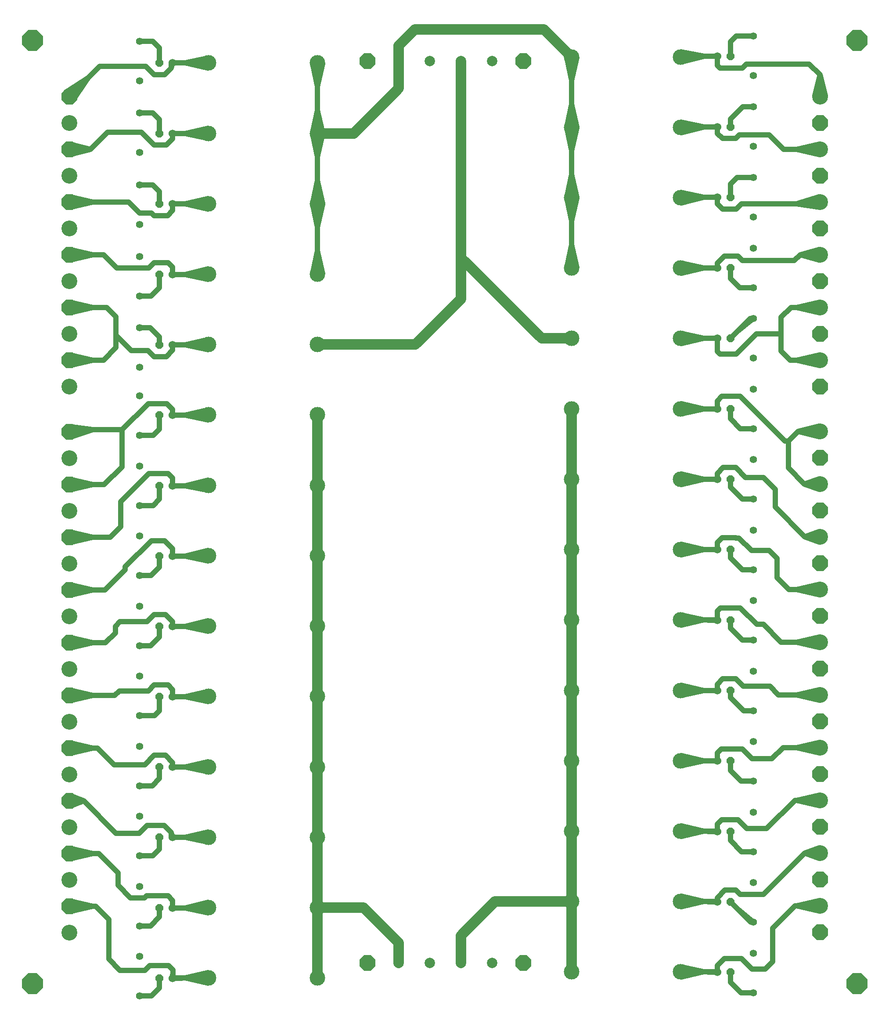
<source format=gbl>
%FSLAX44Y44*%
%MOMM*%
G71*
G01*
G75*
G04 Layer_Physical_Order=2*
G04 Layer_Color=16711680*
%ADD10P,3.2472X8X22.5*%
%ADD11C,2.0000*%
%ADD12C,3.0480*%
%ADD13P,3.2992X8X112.5*%
%ADD14C,1.4000*%
%ADD15C,1.5240*%
%ADD16P,1.6496X8X202.5*%
%ADD17C,3.0000*%
%ADD18P,4.3296X8X202.5*%
%ADD19C,1.0000*%
%ADD20C,2.0000*%
D10*
X1539550Y424180D02*
D03*
X1239550D02*
D03*
X1539550Y2162810D02*
D03*
X1239550D02*
D03*
D11*
X1479550Y424180D02*
D03*
X1419550D02*
D03*
X1359550D02*
D03*
X1299550D02*
D03*
X1479550Y2162810D02*
D03*
X1419550D02*
D03*
X1359550D02*
D03*
X1299550D02*
D03*
D12*
X2112137Y1687703D02*
D03*
Y1586103D02*
D03*
X664083Y1637157D02*
D03*
Y1535557D02*
D03*
Y482727D02*
D03*
Y584327D02*
D03*
Y685927D02*
D03*
Y787527D02*
D03*
Y889127D02*
D03*
Y990727D02*
D03*
Y1092327D02*
D03*
Y1193927D02*
D03*
Y1295527D02*
D03*
Y1397127D02*
D03*
X2112137Y534543D02*
D03*
Y636143D02*
D03*
Y737743D02*
D03*
Y839343D02*
D03*
Y940943D02*
D03*
Y1042543D02*
D03*
Y1144143D02*
D03*
Y1245743D02*
D03*
Y1347343D02*
D03*
Y1448943D02*
D03*
Y1789303D02*
D03*
Y1890903D02*
D03*
Y1992503D02*
D03*
Y2094103D02*
D03*
X664083Y1738757D02*
D03*
Y1840357D02*
D03*
Y1941957D02*
D03*
Y2043557D02*
D03*
D13*
X2112137Y1636903D02*
D03*
Y1535303D02*
D03*
X664083Y1687957D02*
D03*
Y1586357D02*
D03*
Y533527D02*
D03*
Y635127D02*
D03*
Y736727D02*
D03*
Y838327D02*
D03*
Y939927D02*
D03*
Y1041527D02*
D03*
Y1143127D02*
D03*
Y1244727D02*
D03*
Y1346327D02*
D03*
Y1447927D02*
D03*
X2112137Y483743D02*
D03*
Y585343D02*
D03*
Y686943D02*
D03*
Y788543D02*
D03*
Y890143D02*
D03*
Y991743D02*
D03*
Y1093343D02*
D03*
Y1194943D02*
D03*
Y1296543D02*
D03*
Y1398143D02*
D03*
Y1738503D02*
D03*
Y1840103D02*
D03*
Y1941703D02*
D03*
Y2043303D02*
D03*
X664083Y1789557D02*
D03*
Y1891157D02*
D03*
Y1992757D02*
D03*
Y2094357D02*
D03*
D14*
X1983740Y367030D02*
D03*
Y443230D02*
D03*
Y502920D02*
D03*
Y579120D02*
D03*
Y638810D02*
D03*
Y715010D02*
D03*
Y774700D02*
D03*
Y850900D02*
D03*
Y910590D02*
D03*
Y986790D02*
D03*
Y1046480D02*
D03*
Y1122680D02*
D03*
Y1182370D02*
D03*
Y1258570D02*
D03*
Y1318260D02*
D03*
Y1394460D02*
D03*
Y1454150D02*
D03*
Y1530350D02*
D03*
Y1666240D02*
D03*
Y1590040D02*
D03*
X800100Y360680D02*
D03*
Y436880D02*
D03*
Y495723D02*
D03*
Y571923D02*
D03*
Y630767D02*
D03*
Y706967D02*
D03*
Y765810D02*
D03*
Y842010D02*
D03*
Y900853D02*
D03*
Y977053D02*
D03*
Y1035897D02*
D03*
Y1112097D02*
D03*
Y1170940D02*
D03*
Y1247140D02*
D03*
Y1305983D02*
D03*
Y1382183D02*
D03*
Y1441026D02*
D03*
Y1517227D02*
D03*
Y1648460D02*
D03*
Y1572260D02*
D03*
X1983740Y1725930D02*
D03*
Y1802130D02*
D03*
Y1938443D02*
D03*
Y1862243D02*
D03*
Y2074757D02*
D03*
Y1998557D02*
D03*
Y2211070D02*
D03*
Y2134870D02*
D03*
X800100Y1709420D02*
D03*
Y1785620D02*
D03*
Y1924050D02*
D03*
Y1847850D02*
D03*
Y2062480D02*
D03*
Y1986280D02*
D03*
Y2200910D02*
D03*
Y2124710D02*
D03*
D15*
X1913890Y1764030D02*
D03*
Y1899920D02*
D03*
Y2035810D02*
D03*
Y2171700D02*
D03*
X863600Y1751330D02*
D03*
Y1887220D02*
D03*
Y2023110D02*
D03*
Y2159000D02*
D03*
X1913890Y406400D02*
D03*
Y542149D02*
D03*
Y677898D02*
D03*
Y813647D02*
D03*
Y949396D02*
D03*
Y1085144D02*
D03*
Y1220893D02*
D03*
Y1356642D02*
D03*
Y1492391D02*
D03*
Y1628140D02*
D03*
X863600Y394970D02*
D03*
Y530578D02*
D03*
Y666186D02*
D03*
Y801793D02*
D03*
Y937401D02*
D03*
Y1073009D02*
D03*
Y1208616D02*
D03*
Y1344224D02*
D03*
Y1479832D02*
D03*
Y1615440D02*
D03*
D16*
X1939290Y1764030D02*
D03*
Y1899920D02*
D03*
Y2035810D02*
D03*
Y2171700D02*
D03*
X838200Y1751330D02*
D03*
Y1887220D02*
D03*
Y2023110D02*
D03*
Y2159000D02*
D03*
X1939290Y406400D02*
D03*
Y542149D02*
D03*
Y677898D02*
D03*
Y813647D02*
D03*
Y949396D02*
D03*
Y1085144D02*
D03*
Y1220893D02*
D03*
Y1356642D02*
D03*
Y1492391D02*
D03*
Y1628140D02*
D03*
X838200Y394970D02*
D03*
Y530578D02*
D03*
Y666186D02*
D03*
Y801793D02*
D03*
Y937401D02*
D03*
Y1073009D02*
D03*
Y1208616D02*
D03*
Y1344224D02*
D03*
Y1479832D02*
D03*
Y1615440D02*
D03*
D17*
X1633220Y407156D02*
D03*
X1843220D02*
D03*
X1633220Y542794D02*
D03*
X1843220D02*
D03*
X1633220Y678432D02*
D03*
X1843220D02*
D03*
X1633220Y814070D02*
D03*
X1843220D02*
D03*
X1633220Y949708D02*
D03*
X1843220D02*
D03*
X1633220Y1763535D02*
D03*
X1843220D02*
D03*
X1633220Y1899173D02*
D03*
X1843220D02*
D03*
X1633220Y2034810D02*
D03*
X1843220D02*
D03*
X1633220Y2170448D02*
D03*
X1843220D02*
D03*
X1143000Y1751853D02*
D03*
X933000D02*
D03*
X1143000Y1887491D02*
D03*
X933000D02*
D03*
X1143000Y2023128D02*
D03*
X933000D02*
D03*
X1143000Y2158766D02*
D03*
X933000D02*
D03*
X1143000Y395474D02*
D03*
X933000D02*
D03*
X1143000Y531112D02*
D03*
X933000D02*
D03*
X1143000Y666750D02*
D03*
X933000D02*
D03*
X1143000Y1344939D02*
D03*
X933000D02*
D03*
X1143000Y1480577D02*
D03*
X933000D02*
D03*
X1143000Y1616215D02*
D03*
X933000D02*
D03*
X1633220Y1085346D02*
D03*
X1843220D02*
D03*
X1633220Y1220984D02*
D03*
X1843220D02*
D03*
X1633220Y1356621D02*
D03*
X1843220D02*
D03*
X1633220Y1492259D02*
D03*
X1843220D02*
D03*
X1633220Y1627897D02*
D03*
X1843220D02*
D03*
X1143000Y802388D02*
D03*
X933000D02*
D03*
X1143000Y938026D02*
D03*
X933000D02*
D03*
X1143000Y1073663D02*
D03*
X933000D02*
D03*
X1143000Y1209301D02*
D03*
X933000D02*
D03*
D18*
X593090Y2202180D02*
D03*
Y384810D02*
D03*
X2183130Y2202180D02*
D03*
Y384810D02*
D03*
D19*
X888000Y2158766D02*
X931889Y2168704D01*
X888000Y2158766D02*
X931889Y2148828D01*
X864870Y2157730D02*
Y2158766D01*
X933000D01*
X863834D02*
X864870D01*
X863834D02*
X864870Y2157730D01*
X887990Y1208616D02*
X933000Y1209301D01*
X887990Y1208616D02*
X931738Y1219221D01*
X887990Y1208616D02*
X932041Y1199347D01*
X887991Y1073009D02*
X933000Y1073663D01*
X887991Y1073009D02*
X931745Y1083584D01*
X887991Y1073009D02*
X932034Y1063710D01*
X887992Y937401D02*
X933000Y938026D01*
X887992Y937401D02*
X931751Y947947D01*
X887992Y937401D02*
X932027Y928073D01*
X887992Y801793D02*
X933000Y802388D01*
X887992Y801793D02*
X931758Y812310D01*
X887992Y801793D02*
X932020Y792436D01*
X1844331Y1617959D02*
X1888220Y1627897D01*
X1844331Y1637835D02*
X1888220Y1627897D01*
X1844331Y1482321D02*
X1888220Y1492259D01*
X1844331Y1502197D02*
X1888220Y1492259D01*
X1844331Y1346683D02*
X1888220Y1356621D01*
X1844331Y1366559D02*
X1888220Y1356621D01*
X1844331Y1211045D02*
X1888220Y1220984D01*
X1844331Y1230922D02*
X1888220Y1220984D01*
X1844331Y1075408D02*
X1888220Y1085346D01*
X1844331Y1095284D02*
X1888220Y1085346D01*
X887987Y1615440D02*
X933000Y1616215D01*
X887987Y1615440D02*
X931719Y1626132D01*
X887987Y1615440D02*
X932061Y1606259D01*
X887988Y1479832D02*
X933000Y1480577D01*
X887988Y1479832D02*
X931725Y1490495D01*
X887988Y1479832D02*
X932054Y1470622D01*
X887989Y1344224D02*
X933000Y1344939D01*
X887989Y1344224D02*
X931732Y1354858D01*
X887989Y1344224D02*
X932047Y1334985D01*
X887993Y666186D02*
X933000Y666750D01*
X887993Y666186D02*
X931765Y676673D01*
X887993Y666186D02*
X932014Y656799D01*
X887994Y530578D02*
X933000Y531112D01*
X887994Y530578D02*
X931771Y541036D01*
X887994Y530578D02*
X932007Y521162D01*
X888000Y395474D02*
X931889Y405412D01*
X888000Y395474D02*
X931889Y385536D01*
X672007Y2087871D02*
X700536Y2130810D01*
X657597Y2102281D02*
X700536Y2130810D01*
X665365Y1982598D02*
X704977Y1992757D01*
X665365Y2002916D02*
X704977Y1992757D01*
X665242Y1880983D02*
X709323Y1891157D01*
X665242Y1901331D02*
X709323Y1891157D01*
X665242Y1779383D02*
X709323Y1789557D01*
X665242Y1799731D02*
X709323Y1789557D01*
X2112137Y2136013D02*
X2122300Y2095354D01*
X2101974D02*
X2112137Y2136013D01*
X2066897Y1992503D02*
X2110978Y2002677D01*
X2066897Y1992503D02*
X2110978Y1982329D01*
X2066432Y1887220D02*
X2112137Y1890903D01*
X2066432Y1887220D02*
X2110180Y1900954D01*
X2066432Y1887220D02*
X2111815Y1880668D01*
X2073783Y1789303D02*
X2110770Y1799451D01*
X2073783Y1789303D02*
X2110770Y1779155D01*
X1133062Y2157655D02*
X1143000Y2113766D01*
X1152938Y2157655D01*
X888000Y2023110D02*
X933000Y2023128D01*
X888000Y2023110D02*
X931885Y2033066D01*
X888000Y2023110D02*
X931893Y2013190D01*
X1133062Y2022017D02*
X1143000Y1978128D01*
X1152938Y2022017D01*
X1143000Y2068128D02*
X1152938Y2024239D01*
X1133062D02*
X1143000Y2068128D01*
X887999Y1887220D02*
X933000Y1887491D01*
X887999Y1887220D02*
X931829Y1897422D01*
X887999Y1887220D02*
X931949Y1877546D01*
X1143000Y1932491D02*
X1152938Y1888602D01*
X1133062D02*
X1143000Y1932491D01*
X1133062Y1886379D02*
X1143000Y1842490D01*
X1152938Y1886379D01*
X887994Y1751330D02*
X933000Y1751853D01*
X887994Y1751330D02*
X931774Y1761777D01*
X887994Y1751330D02*
X932005Y1741902D01*
X1143000Y1796853D02*
X1152938Y1752964D01*
X1133062D02*
X1143000Y1796853D01*
X1843220Y2170448D02*
X1888255Y2171700D01*
X1844606Y2160545D02*
X1888255Y2171700D01*
X1844053Y2180414D02*
X1888255Y2171700D01*
X1623282Y2169337D02*
X1633220Y2125448D01*
X1643158Y2169337D01*
X1843220Y2034810D02*
X1888242Y2035810D01*
X1844551Y2024899D02*
X1888242Y2035810D01*
X1844109Y2044771D02*
X1888242Y2035810D01*
X1623282Y2033699D02*
X1633220Y1989810D01*
X1643158Y2033699D01*
X1633220Y2079810D02*
X1643158Y2035922D01*
X1623282D02*
X1633220Y2079810D01*
X1843220Y1899173D02*
X1888232Y1899920D01*
X1844496Y1889254D02*
X1888232Y1899920D01*
X1844165Y1909128D02*
X1888232Y1899920D01*
X1633220Y1944173D02*
X1643158Y1900284D01*
X1623282D02*
X1633220Y1944173D01*
X1623282Y1898062D02*
X1633220Y1854173D01*
X1643158Y1898062D01*
X1844331Y1753597D02*
X1888220Y1763535D01*
X1844331Y1773473D02*
X1888220Y1763535D01*
X1633220Y1808535D02*
X1643158Y1764646D01*
X1623282D02*
X1633220Y1808535D01*
X2069973Y1448943D02*
X2110894Y1459107D01*
X2069973Y1448943D02*
X2110894Y1438779D01*
X2082001Y1347343D02*
X2110397Y1357434D01*
X2082001Y1347343D02*
X2110397Y1337252D01*
X2082927Y1245743D02*
X2110342Y1255825D01*
X2082927Y1245743D02*
X2110342Y1235661D01*
X2066897Y1144143D02*
X2110978Y1154317D01*
X2066897Y1144143D02*
X2110978Y1133969D01*
X2066897Y1042543D02*
X2110978Y1052717D01*
X2066897Y1042543D02*
X2110978Y1032369D01*
X2066897Y940943D02*
X2110978Y951117D01*
X2066897Y940943D02*
X2110978Y930769D01*
X2066897Y839343D02*
X2110978Y849517D01*
X2066897Y839343D02*
X2110978Y829169D01*
X2066897Y737743D02*
X2110978Y747917D01*
X2066897Y737743D02*
X2110978Y727569D01*
X2082673Y636143D02*
X2110358Y646227D01*
X2082673Y636143D02*
X2110358Y626059D01*
X2066897Y534543D02*
X2110978Y544717D01*
X2066897Y534543D02*
X2110978Y524369D01*
X1844331Y939770D02*
X1888220Y949708D01*
X1844331Y959646D02*
X1888220Y949708D01*
X1844331Y804132D02*
X1888220Y814070D01*
X1844331Y824008D02*
X1888220Y814070D01*
X1844331Y668494D02*
X1888220Y678432D01*
X1844331Y688370D02*
X1888220Y678432D01*
X1844331Y532856D02*
X1888220Y542794D01*
X1844331Y552732D02*
X1888220Y542794D01*
X1844331Y397218D02*
X1888220Y407156D01*
X1844331Y417095D02*
X1888220Y407156D01*
X664083Y1447927D02*
X709797Y1451824D01*
X666086Y1437885D02*
X709797Y1451824D01*
X664357Y1458163D02*
X709797Y1451824D01*
X665242Y1336153D02*
X709323Y1346327D01*
X665242Y1356501D02*
X709323Y1346327D01*
X665242Y1234553D02*
X709323Y1244727D01*
X665242Y1254901D02*
X709323Y1244727D01*
X665242Y1132953D02*
X709323Y1143127D01*
X665242Y1153301D02*
X709323Y1143127D01*
X665242Y1031353D02*
X709323Y1041527D01*
X665242Y1051701D02*
X709323Y1041527D01*
X665242Y929753D02*
X709323Y939927D01*
X665242Y950101D02*
X709323Y939927D01*
X665242Y828153D02*
X709323Y838327D01*
X665242Y848501D02*
X709323Y838327D01*
X665959Y726660D02*
X692023Y736727D01*
X665959Y746794D02*
X692023Y736727D01*
X665242Y624953D02*
X709323Y635127D01*
X665242Y645301D02*
X709323Y635127D01*
X665242Y523353D02*
X709323Y533527D01*
X665242Y543701D02*
X709323Y533527D01*
X863600Y1605280D02*
Y1615440D01*
X838200Y1452880D02*
Y1479832D01*
X863600D02*
Y1490980D01*
X838200Y1318260D02*
Y1344224D01*
Y1187450D02*
Y1208616D01*
Y1052830D02*
Y1073009D01*
X863600D02*
Y1082040D01*
X838200Y910590D02*
Y937401D01*
Y779780D02*
Y801793D01*
X863600D02*
Y810260D01*
X838200Y643890D02*
Y666186D01*
X860820Y676209D02*
X863600Y666186D01*
X860820Y676209D02*
X863600Y666186D01*
X838200Y513080D02*
Y530578D01*
Y375920D02*
Y394970D01*
X863600D02*
X901234Y395474D01*
X863600Y394970D02*
X864104Y410976D01*
X1876267Y1627897D02*
X1913890Y1628140D01*
X1939290Y1473200D02*
Y1492391D01*
X1876269Y1492259D02*
X1913890Y1492391D01*
X1939290Y1341120D02*
Y1356642D01*
X1876270Y1356621D02*
X1913890Y1356642D01*
Y1367790D01*
X1939290Y1205230D02*
Y1220893D01*
X1876270Y1220984D02*
X1913890Y1220893D01*
X1939290Y1069340D02*
Y1085144D01*
X1876268Y1085346D02*
X1913890Y1085144D01*
X1939290Y935990D02*
Y949396D01*
X1876265Y949708D02*
X1913890Y949396D01*
Y961390D01*
X1939290Y795020D02*
Y813647D01*
X1876260Y814070D02*
X1913890Y813647D01*
X1939290Y660400D02*
Y677898D01*
X1876254Y678432D02*
X1913890Y677898D01*
X1876246Y542794D02*
X1913890Y542149D01*
Y549910D01*
X1939290Y387350D02*
Y406400D01*
X1876237Y407156D02*
X1913890Y406400D01*
X860820Y2148977D02*
X863600Y2159000D01*
X860820Y2148977D02*
X863600Y2159000D01*
Y2012950D02*
Y2023110D01*
X838200Y1725930D02*
Y1751330D01*
X1939290Y1743710D02*
Y1764030D01*
X1876256Y1763535D02*
X1913890Y1764030D01*
Y1772920D01*
X1951990Y1938020D02*
X1983740Y1938443D01*
X1951909Y1640759D02*
X1983740Y1666240D01*
X1958340Y1454150D02*
X1983740D01*
X1962150Y1318260D02*
X1983740D01*
X1962150Y1046480D02*
X1983740D01*
X1960880Y638810D02*
X1983740D01*
X1952760Y528679D02*
X1983740Y502920D01*
X665242Y1576183D02*
X709323Y1586357D01*
X665242Y1596531D02*
X709323Y1586357D01*
X665242Y1677783D02*
X709323Y1687957D01*
X665242Y1698131D02*
X709323Y1687957D01*
X2066897Y1586103D02*
X2110978Y1596277D01*
X2066897Y1586103D02*
X2110978Y1575929D01*
X2066897Y1687703D02*
X2110978Y1697877D01*
X2066897Y1687703D02*
X2110978Y1677529D01*
X811907Y2152650D02*
X828177Y2136380D01*
X722376Y2152650D02*
X811907D01*
X664083Y2094357D02*
X722376Y2152650D01*
X737870Y2025650D02*
X803017D01*
X704977Y1992757D02*
X737870Y2025650D01*
X664083Y1992757D02*
X704977D01*
X799690Y1869850D02*
X822927D01*
X778383Y1891157D02*
X799690Y1869850D01*
X664083Y1891157D02*
X778383D01*
X664083Y1789557D02*
X730123D01*
X784037Y1604833D02*
X816163D01*
X754380Y1634490D02*
X784037Y1604833D01*
X816163D02*
X828177Y1592820D01*
X754380Y1610360D02*
Y1670050D01*
X736473Y1687957D02*
X754380Y1670050D01*
X664083Y1687957D02*
X736473D01*
X730377Y1586357D02*
X754380Y1610360D01*
X664083Y1586357D02*
X730377D01*
X664083Y1447927D02*
X667980Y1451824D01*
X765810D01*
Y1380490D02*
Y1451824D01*
X731647Y1346327D02*
X765810Y1380490D01*
X664083Y1346327D02*
X731647D01*
X763270Y1264920D02*
Y1313180D01*
X743077Y1244727D02*
X763270Y1264920D01*
X664083Y1244727D02*
X743077D01*
X772160Y1188087D02*
X822323Y1238250D01*
X772160Y1182370D02*
Y1188087D01*
X732917Y1143127D02*
X772160Y1182370D01*
X664083Y1143127D02*
X732917D01*
X762000Y1082040D02*
X814588D01*
X753110Y1073150D02*
X762000Y1082040D01*
X753110Y1060450D02*
Y1073150D01*
X734187Y1041527D02*
X753110Y1060450D01*
X664083Y1041527D02*
X734187D01*
X816846Y948690D02*
X828177Y960021D01*
X760730Y948690D02*
X816846D01*
X751967Y939927D02*
X760730Y948690D01*
X664083Y939927D02*
X751967D01*
X810213Y806450D02*
X828177Y824413D01*
X750570Y806450D02*
X810213D01*
X718693Y838327D02*
X750570Y806450D01*
X664083Y838327D02*
X718693D01*
X798616Y674370D02*
X813856Y689610D01*
X754380Y674370D02*
X798616D01*
X692023Y736727D02*
X754380Y674370D01*
X664083Y736727D02*
X692023D01*
X758190Y574040D02*
Y598170D01*
X721233Y635127D02*
X758190Y598170D01*
X664083Y635127D02*
X721233D01*
X740410Y431800D02*
X762000Y410210D01*
X740410Y431800D02*
Y508000D01*
X714883Y533527D02*
X740410Y508000D01*
X664083Y533527D02*
X714883D01*
X1981200Y412750D02*
X2006600D01*
X2020570Y426720D01*
Y491490D01*
X2063623Y534543D01*
X2112137D01*
X2002790Y556260D02*
X2082673Y636143D01*
X2112137D01*
X1953782Y700518D02*
X1971040Y683260D01*
X2009140D01*
X2063623Y737743D01*
X2112137D01*
X1962150Y836930D02*
X1981200Y817880D01*
X2019300D01*
X2040763Y839343D01*
X2112137D01*
X2015490Y957580D02*
X2032127Y940943D01*
X1963749Y957580D02*
X2015490D01*
X2032127Y940943D02*
X2112137D01*
X1920240Y1108710D02*
X1958340D01*
X1990090Y1076960D01*
X2002536D01*
X2036953Y1042543D01*
X2112137D01*
X1979930Y1219200D02*
X2014220D01*
X2029460Y1203960D01*
Y1167130D02*
Y1203960D01*
Y1167130D02*
X2052447Y1144143D01*
X2112137D01*
X1968405Y1360170D02*
X2002790D01*
X2025650Y1337310D01*
Y1303020D02*
Y1337310D01*
Y1303020D02*
X2082927Y1245743D01*
X2112137D01*
X2044700Y1430020D02*
X2051050D01*
X2069973Y1448943D02*
X2112137D01*
X2051050Y1430020D02*
X2069973Y1448943D01*
X2051050Y1378294D02*
Y1430020D01*
Y1378294D02*
X2082001Y1347343D01*
X2112137D01*
X2037080Y1636395D02*
Y1668780D01*
Y1604010D02*
Y1636395D01*
X1989455D02*
X2037080D01*
X1950720Y1597660D02*
X1989455Y1636395D01*
X2056003Y1687703D02*
X2112137D01*
X2037080Y1668780D02*
X2056003Y1687703D01*
X2037080Y1604010D02*
X2054987Y1586103D01*
X2112137D01*
X1962277Y1777873D02*
X2062353D01*
X1953500Y1786650D02*
X1962277Y1777873D01*
X1927620Y1786650D02*
X1953500D01*
X2073783Y1789303D02*
X2112137D01*
X2062353Y1777873D02*
X2073783Y1789303D01*
X2108454Y1887220D02*
X2112137Y1890903D01*
X1956680Y2020557D02*
X2014233D01*
X2042287Y1992503D01*
X2112137D01*
Y2094103D02*
Y2136013D01*
X864104Y395474D02*
X933000D01*
X864104D02*
Y410976D01*
X855980Y419100D02*
X864104Y410976D01*
X819150Y419100D02*
X855980D01*
X810260Y410210D02*
X819150Y419100D01*
X800100Y360680D02*
X822960D01*
X838200Y375920D01*
Y394970D01*
X762000Y410210D02*
X810260D01*
X800100Y495723D02*
X820843D01*
X838200Y513080D01*
Y530578D01*
X863600D02*
X932466D01*
X933000Y531112D01*
X863600Y530578D02*
Y544830D01*
X854710Y553720D02*
X863600Y544830D01*
X813009Y553720D02*
X854710D01*
X809213Y549923D02*
X813009Y553720D01*
X782307Y549923D02*
X809213D01*
X758190Y574040D02*
X782307Y549923D01*
X863600Y666186D02*
X932436D01*
X933000Y666750D01*
X800100Y630767D02*
X825077D01*
X838200Y643890D01*
Y666186D01*
X860820Y668966D02*
X863600Y666186D01*
X860820Y668966D02*
Y676209D01*
X847419Y689610D02*
X860820Y676209D01*
X813856Y689610D02*
X847419D01*
X800100Y765810D02*
X824230D01*
X838200Y779780D01*
Y801793D01*
X863600D02*
X932405D01*
X933000Y802388D01*
X863600Y801793D02*
Y810260D01*
X849447Y824413D02*
X863600Y810260D01*
X828177Y824413D02*
X849447D01*
X800100Y900853D02*
X828463D01*
X838200Y910590D01*
Y937401D01*
X863600D02*
X932375D01*
X933000Y938026D01*
X863600Y937401D02*
Y951230D01*
X854809Y960021D02*
X863600Y951230D01*
X828177Y960021D02*
X854809D01*
X800100Y1035897D02*
X821267D01*
X838200Y1052830D01*
Y1073009D01*
X863600D02*
X932345D01*
X863600D02*
Y1082040D01*
X814588D02*
X828177Y1095629D01*
X850011D02*
X863600Y1082040D01*
X828177Y1095629D02*
X850011D01*
X800100Y1170940D02*
X821690D01*
X838200Y1187450D01*
Y1208616D01*
X863600D02*
X932315D01*
X933000Y1209301D01*
X822323Y1238250D02*
X848360D01*
X863600Y1223010D01*
Y1208616D02*
Y1223010D01*
X800100Y1305983D02*
X825923D01*
X838200Y1318260D01*
Y1344224D01*
X863600D02*
X932285D01*
X933000Y1344939D01*
X763270Y1313180D02*
X817880Y1367790D01*
X854710D01*
X863600Y1358900D01*
Y1344224D02*
Y1358900D01*
X800100Y1441026D02*
X826347D01*
X838200Y1452880D01*
Y1479832D01*
X863600D02*
X932255D01*
X765810Y1451824D02*
X816438Y1502452D01*
X852128D01*
X863600Y1490980D01*
Y1479832D02*
Y1490980D01*
X838200Y1615440D02*
Y1630680D01*
X820420Y1648460D02*
X838200Y1630680D01*
X800100Y1648460D02*
X820420D01*
X863600Y1615440D02*
X932225D01*
X863600Y1605280D02*
Y1615440D01*
X851140Y1592820D02*
X863600Y1605280D01*
X828177Y1592820D02*
X851140D01*
X800100Y1709420D02*
X821690D01*
X838200Y1725930D01*
Y1751330D01*
X863600D02*
X932477D01*
X730123Y1789557D02*
X756060Y1763620D01*
X817847D01*
X828177Y1773950D01*
X863600Y1751330D02*
Y1765300D01*
X828177Y1773950D02*
X854950D01*
X863600Y1765300D01*
X838200Y1887220D02*
Y1911350D01*
X825500Y1924050D02*
X838200Y1911350D01*
X800100Y1924050D02*
X825500D01*
X863600Y1874520D02*
Y1887220D01*
X822927Y1869850D02*
X828177Y1864600D01*
X853680D02*
X863600Y1874520D01*
X828177Y1864600D02*
X853680D01*
X863600Y1887220D02*
X932729D01*
X838200Y2023110D02*
Y2049780D01*
X825500Y2062480D02*
X838200Y2049780D01*
X800100Y2062480D02*
X825500D01*
X863600Y2012950D02*
Y2023110D01*
X851140Y2000490D02*
X863600Y2012950D01*
X828177Y2000490D02*
X851140D01*
X863600Y2023110D02*
X932982D01*
X838200Y2159000D02*
Y2188210D01*
X825500Y2200910D02*
X838200Y2188210D01*
X800100Y2200910D02*
X825500D01*
X860820Y2156220D02*
X863600Y2159000D01*
X860820Y2148977D02*
Y2156220D01*
X848223Y2136380D02*
X860820Y2148977D01*
X828177Y2136380D02*
X848223D01*
X1143000Y1751853D02*
Y1887491D01*
Y2023128D01*
Y2158766D01*
X1633220Y2034810D02*
Y2170448D01*
Y1763535D02*
Y1899173D01*
Y2034810D01*
X1939290Y387350D02*
Y406400D01*
Y387350D02*
X1959610Y367030D01*
X1983740D01*
X1843220Y407156D02*
X1913134D01*
X1913890Y406400D02*
Y419100D01*
X1927860Y433070D01*
X1960880D01*
X1981200Y412750D01*
X1939290Y542149D02*
X1978519Y502920D01*
X1983740D01*
X1843220Y542794D02*
X1913244D01*
X1913890Y542149D02*
Y549910D01*
X1949313Y564769D02*
X1957822Y556260D01*
X1913890Y549910D02*
X1928749Y564769D01*
X1949313D01*
X1957822Y556260D02*
X2002790D01*
X1939290Y660400D02*
Y677898D01*
Y660400D02*
X1960880Y638810D01*
X1983740D01*
X1843220Y678432D02*
X1913356D01*
X1913890Y677898D02*
Y692150D01*
X1922258Y700518D01*
X1953782D01*
X1939290Y795020D02*
Y813647D01*
Y795020D02*
X1959610Y774700D01*
X1983740D01*
X1913890Y813647D02*
Y829310D01*
X1921510Y836930D01*
X1962150D01*
X1843220Y814070D02*
X1913467D01*
X1913890Y813647D01*
X1939290Y935990D02*
Y949396D01*
Y935990D02*
X1964690Y910590D01*
X1983740D01*
X1843220Y949708D02*
X1913578D01*
X1913890Y949396D02*
Y961390D01*
X1949313Y972016D02*
X1963749Y957580D01*
X1913890Y961390D02*
X1924516Y972016D01*
X1949313D01*
X1939290Y1069340D02*
Y1085144D01*
Y1069340D02*
X1962150Y1046480D01*
X1983740D01*
X1843220Y1085346D02*
X1913689D01*
X1913890Y1085144D02*
Y1102360D01*
X1920240Y1108710D01*
X1939290Y1205230D02*
Y1220893D01*
Y1205230D02*
X1962150Y1182370D01*
X1983740D01*
X1843220Y1220984D02*
X1913800D01*
X1913890Y1220893D01*
Y1234440D01*
X1949313Y1243513D02*
X1949496Y1243330D01*
X1913890Y1234440D02*
X1922963Y1243513D01*
X1949313D01*
X1949496Y1243330D02*
X1955800D01*
X1979930Y1219200D01*
X1939290Y1341120D02*
Y1356642D01*
Y1341120D02*
X1962150Y1318260D01*
X1983740D01*
X1913890Y1356642D02*
Y1367790D01*
X1925362Y1379262D01*
X1949313D01*
X1968405Y1360170D01*
X1843220Y1356621D02*
X1913869D01*
X1958340Y1454150D02*
X1983740D01*
X1939290Y1473200D02*
X1958340Y1454150D01*
X1939290Y1473200D02*
Y1492391D01*
X1913890D02*
Y1507490D01*
X1922780Y1516380D01*
X1958340D01*
X2044700Y1430020D01*
X1843220Y1492259D02*
X1913758D01*
X1918970Y1597660D02*
X1950720D01*
X1913890Y1602740D02*
X1918970Y1597660D01*
X1939290Y1628140D02*
X1977390Y1666240D01*
X1983740D01*
X1843220Y1627897D02*
X1913647D01*
X1913890Y1602740D02*
Y1628140D01*
X1957070Y1725930D02*
X1983740D01*
X1939290Y1743710D02*
X1957070Y1725930D01*
X1939290Y1743710D02*
Y1764030D01*
X1913890D02*
Y1772920D01*
X1927620Y1786650D01*
X1843220Y1763535D02*
X1913395D01*
X1960880Y1887220D02*
X2108454D01*
X1950720Y1877060D02*
X1960880Y1887220D01*
X1924050Y1877060D02*
X1950720D01*
X1913890Y1887220D02*
X1924050Y1877060D01*
X1913890Y1887220D02*
Y1899920D01*
X1843967D02*
X1913890D01*
X1939290D02*
Y1925320D01*
X1951990Y1938020D01*
X1983317D01*
X1949313Y2013190D02*
X1956680Y2020557D01*
X1923810Y2013190D02*
X1949313D01*
X1913890Y2023110D02*
Y2035810D01*
Y2023110D02*
X1923810Y2013190D01*
X1939290Y2035810D02*
Y2051050D01*
X1962997Y2074757D01*
X1983740D01*
X1844220Y2035810D02*
X1913890D01*
X1843220Y2034810D02*
X1844220Y2035810D01*
X2091280Y2156870D02*
X2112137Y2136013D01*
X1970180Y2156870D02*
X2091280D01*
X1962150Y2148840D02*
X1970180Y2156870D01*
X1918970Y2148840D02*
X1962150D01*
X1913890Y2153920D02*
X1918970Y2148840D01*
X1913890Y2153920D02*
Y2171700D01*
X1844472D02*
X1913890D01*
X1939290D02*
Y2199640D01*
X1950720Y2211070D01*
X1983740D01*
X803017Y2025650D02*
X828177Y2000490D01*
D20*
X1419550Y1704030D02*
Y1783390D01*
X1331735Y1616215D02*
X1419550Y1704030D01*
X1143000Y1616215D02*
X1331735D01*
X1575043Y1627897D02*
X1633220D01*
X1419550Y1783390D02*
X1575043Y1627897D01*
X1419550Y1783390D02*
Y2162810D01*
X1579898Y2223770D02*
X1633220Y2170448D01*
X1330960Y2223770D02*
X1579898D01*
X1299550Y2192360D02*
X1330960Y2223770D01*
X1299550Y2162810D02*
Y2192360D01*
X1143000Y2023128D02*
X1212868D01*
X1299550Y2109810D01*
Y2162810D01*
X1485134Y542794D02*
X1633220D01*
X1419550Y477210D02*
X1485134Y542794D01*
X1419550Y424180D02*
Y477210D01*
X1143000Y531112D02*
X1231648D01*
X1299550Y463210D01*
Y424180D02*
Y463210D01*
X1143000Y395474D02*
Y531112D01*
Y666750D01*
Y802388D01*
Y938026D01*
Y1073663D01*
Y1209301D01*
Y1344939D01*
Y1480577D01*
X1633220Y407156D02*
Y542794D01*
Y678432D01*
Y814070D01*
Y949708D01*
Y1085346D01*
Y1220984D01*
Y1356621D01*
Y1492259D01*
M02*

</source>
